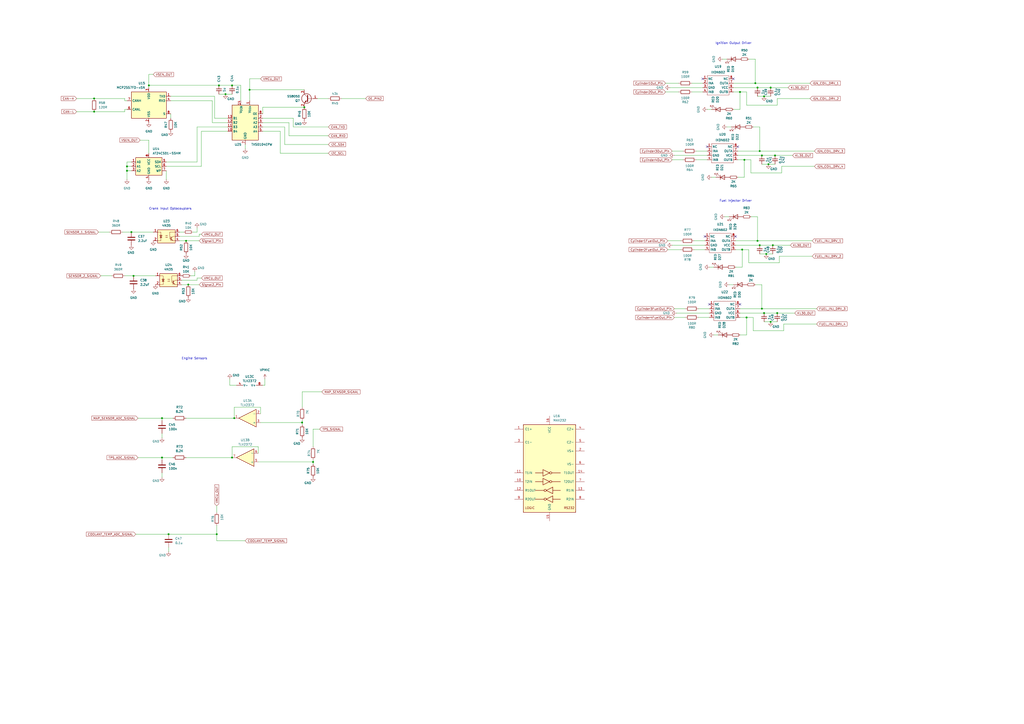
<source format=kicad_sch>
(kicad_sch (version 20250114) (generator "eeschema") (generator_version "9.0")
  (paper "A2")
  (lib_symbols
    (symbol "Amplifier_Operational:TLV2372" (pin_names (offset 0.127))
      (property "Reference" "U" (at 0 5.08 0))
      (property "Value" "TLV2372" (at 0 -5.08 0))
      (symbol "TLV2372_1_1"
        (pin input line (at -7.62 2.54 0) (length 2.54) (name "+") (number "3"))
        (pin input line (at -7.62 -2.54 0) (length 2.54) (name "-") (number "2"))
        (pin output line (at 7.62 0 180) (length 2.54) (name "~") (number "1"))
      )
      (symbol "TLV2372_2_1"
        (pin input line (at -7.62 2.54 0) (length 2.54) (name "+") (number "5"))
        (pin input line (at -7.62 -2.54 0) (length 2.54) (name "-") (number "6"))
        (pin output line (at 7.62 0 180) (length 2.54) (name "~") (number "7"))
      )
      (symbol "TLV2372_3_1"
        (pin power_in line (at -2.54 7.62 270) (length 3.81) (name "V+") (number "8"))
        (pin power_in line (at -2.54 -7.62 90) (length 3.81) (name "V-") (number "4"))
      )
    )
    (symbol "Device:C" (pin_numbers (hide yes)) (pin_names (offset 0.254))
      (property "Reference" "C" (at 0.635 2.54 0))
      (property "Value" "C" (at 0.635 -2.54 0))
      (symbol "C_1_1"
        (pin passive line (at 0 3.81 270) (length 2.794) (name "~") (number "1"))
        (pin passive line (at 0 -3.81 90) (length 2.794) (name "~") (number "2"))
      )
    )
    (symbol "Device:C_Small" (pin_numbers (hide yes)) (pin_names (offset 0.254) (hide yes))
      (property "Reference" "C" (at 0.254 1.778 0))
      (property "Value" "C_Small" (at 0.254 -2.032 0))
      (symbol "C_Small_1_1"
        (pin passive line (at 0 2.54 270) (length 2.032) (name "~") (number "1"))
        (pin passive line (at 0 -2.54 90) (length 2.032) (name "~") (number "2"))
      )
    )
    (symbol "Device:LED" (pin_numbers (hide yes)) (pin_names (offset 1.016) (hide yes))
      (property "Reference" "D" (at 0 2.54 0))
      (property "Value" "LED" (at 0 -2.54 0))
      (symbol "LED_1_1"
        (pin passive line (at -3.81 0 0) (length 2.54) (name "K") (number "1"))
        (pin passive line (at 3.81 0 180) (length 2.54) (name "A") (number "2"))
      )
    )
    (symbol "Device:R" (pin_numbers (hide yes)) (pin_names (offset 0))
      (property "Reference" "R" (at 2.032 0 90))
      (property "Value" "R" (at 0 0 90))
      (symbol "R_1_1"
        (pin passive line (at 0 3.81 270) (length 1.27) (name "~") (number "1"))
        (pin passive line (at 0 -3.81 90) (length 1.27) (name "~") (number "2"))
      )
    )
    (symbol "Device:R_Small" (pin_numbers (hide yes)) (pin_names (offset 0.254) (hide yes))
      (property "Reference" "R" (at 0.762 0.508 0))
      (property "Value" "R_Small" (at 0.762 -1.016 0))
      (symbol "R_Small_1_1"
        (pin passive line (at 0 2.54 270) (length 0.762) (name "~") (number "1"))
        (pin passive line (at 0 -2.54 90) (length 0.762) (name "~") (number "2"))
      )
    )
    (symbol "Interface_CAN_LIN:MCP2557FD-xSN"
      (property "Reference" "U" (at -10.16 10.16 0))
      (property "Value" "MCP2557FD-xSN" (at 2.54 10.16 0))
      (symbol "MCP2557FD-xSN_1_1"
        (pin input line (at -12.7 5.08 0) (length 2.54) (name "TXD") (number "1"))
        (pin output line (at -12.7 2.54 0) (length 2.54) (name "RXD") (number "4"))
        (pin input line (at -12.7 -5.08 0) (length 2.54) (name "S") (number "8"))
        (pin no_connect line (at -10.16 -2.54 0) (length 2.54) (hide yes) (name "NC") (number "5"))
        (pin power_in line (at 0 10.16 270) (length 2.54) (name "VDD") (number "3"))
        (pin power_in line (at 0 -10.16 90) (length 2.54) (name "VSS") (number "2"))
        (pin bidirectional line (at 12.7 2.54 180) (length 2.54) (name "CANH") (number "7"))
        (pin bidirectional line (at 12.7 -2.54 180) (length 2.54) (name "CANL") (number "6"))
      )
    )
    (symbol "Interface_UART:MAX232" (pin_names (offset 1.016))
      (property "Reference" "U" (at -2.54 28.575 0))
      (property "Value" "MAX232" (at -2.54 26.67 0))
      (symbol "MAX232_0_0"
        (text "LOGIC" (at -11.43 -22.86 0) (effects (font (size 1.27 1.27))))
        (text "RS232" (at 11.43 -22.86 0) (effects (font (size 1.27 1.27))))
      )
      (symbol "MAX232_1_1"
        (pin passive line (at -20.32 22.86 0) (length 5.08) (name "C1+") (number "1"))
        (pin passive line (at -20.32 15.24 0) (length 5.08) (name "C1-") (number "3"))
        (pin input line (at -20.32 -2.54 0) (length 5.08) (name "T1IN") (number "11"))
        (pin input line (at -20.32 -7.62 0) (length 5.08) (name "T2IN") (number "10"))
        (pin output line (at -20.32 -12.7 0) (length 5.08) (name "R1OUT") (number "12"))
        (pin output line (at -20.32 -17.78 0) (length 5.08) (name "R2OUT") (number "9"))
        (pin power_in line (at 0 30.48 270) (length 5.08) (name "VCC") (number "16"))
        (pin power_in line (at 0 -30.48 90) (length 5.08) (name "GND") (number "15"))
        (pin passive line (at 20.32 22.86 180) (length 5.08) (name "C2+") (number "4"))
        (pin passive line (at 20.32 15.24 180) (length 5.08) (name "C2-") (number "5"))
        (pin power_out line (at 20.32 10.16 180) (length 5.08) (name "VS+") (number "2"))
        (pin power_out line (at 20.32 2.54 180) (length 5.08) (name "VS-") (number "6"))
        (pin output line (at 20.32 -2.54 180) (length 5.08) (name "T1OUT") (number "14"))
        (pin output line (at 20.32 -7.62 180) (length 5.08) (name "T2OUT") (number "7"))
        (pin input line (at 20.32 -12.7 180) (length 5.08) (name "R1IN") (number "13"))
        (pin input line (at 20.32 -17.78 180) (length 5.08) (name "R2IN") (number "8"))
      )
    )
    (symbol "Isolator:4N35" (pin_names (offset 1.016))
      (property "Reference" "U" (at -5.08 5.08 0))
      (property "Value" "4N35" (at 0 5.08 0))
      (symbol "4N35_1_1"
        (pin passive line (at -7.62 2.54 0) (length 2.54) (name "~") (number "1"))
        (pin passive line (at -7.62 -2.54 0) (length 2.54) (name "~") (number "2"))
        (pin no_connect line (at -5.08 0 0) (length 2.54) (hide yes) (name "NC") (number "3"))
        (pin passive line (at 7.62 2.54 180) (length 2.54) (name "~") (number "6"))
        (pin passive line (at 7.62 0 180) (length 2.54) (name "~") (number "5"))
        (pin passive line (at 7.62 -2.54 180) (length 2.54) (name "~") (number "4"))
      )
    )
    (symbol "Library_sym.pretty:IXDN602SIA"
      (property "Reference" "U" (at 0 -6.858 0))
      (symbol "IXDN602SIA_1_1"
        (pin passive line (at -8.89 3.81 0) (length 2.54) (name "NC") (number "1"))
        (pin passive line (at -8.89 1.27 0) (length 2.54) (name "INA") (number "2"))
        (pin passive line (at -8.89 -1.27 0) (length 2.54) (name "GND") (number "3"))
        (pin passive line (at -8.89 -3.81 0) (length 2.54) (name "INB") (number "4"))
        (pin passive line (at 8.89 3.81 180) (length 2.54) (name "NC") (number "8"))
        (pin passive line (at 8.89 1.27 180) (length 2.54) (name "OUTA") (number "7"))
        (pin passive line (at 8.89 -1.27 180) (length 2.54) (name "VCC") (number "6"))
        (pin passive line (at 8.89 -3.81 180) (length 2.54) (name "OUTB") (number "5"))
      )
    )
    (symbol "Logic_LevelTranslator:TXS0104EPW"
      (property "Reference" "U" (at -7.62 11.43 0))
      (property "Value" "TXS0104EPW" (at 3.81 11.43 0))
      (symbol "TXS0104EPW_1_0"
        (pin no_connect line (at -7.62 -7.62 0) (length 2.54) (hide yes) (name "NC") (number "6"))
        (pin no_connect line (at 7.62 -7.62 180) (length 2.54) (hide yes) (name "NC") (number "9"))
      )
      (symbol "TXS0104EPW_1_1"
        (pin input line (at -10.16 5.08 0) (length 2.54) (name "OE") (number "8"))
        (pin bidirectional line (at -10.16 2.54 0) (length 2.54) (name "A1") (number "2"))
        (pin bidirectional line (at -10.16 0 0) (length 2.54) (name "A2") (number "3"))
        (pin bidirectional line (at -10.16 -2.54 0) (length 2.54) (name "A3") (number "4"))
        (pin bidirectional line (at -10.16 -5.08 0) (length 2.54) (name "A4") (number "5"))
        (pin power_in line (at -2.54 12.7 270) (length 2.54) (name "V_{CCA}") (number "1"))
        (pin power_in line (at 0 -12.7 90) (length 2.54) (name "GND") (number "7"))
        (pin power_in line (at 2.54 12.7 270) (length 2.54) (name "V_{CCB}") (number "14"))
        (pin bidirectional line (at 10.16 2.54 180) (length 2.54) (name "B1") (number "13"))
        (pin bidirectional line (at 10.16 0 180) (length 2.54) (name "B2") (number "12"))
        (pin bidirectional line (at 10.16 -2.54 180) (length 2.54) (name "B3") (number "11"))
        (pin bidirectional line (at 10.16 -5.08 180) (length 2.54) (name "B4") (number "10"))
      )
    )
    (symbol "Memory_EEPROM:AT24CS01-SSHM"
      (property "Reference" "U" (at -7.62 6.35 0))
      (property "Value" "AT24CS01-SSHM" (at 2.54 -6.35 0))
      (symbol "AT24CS01-SSHM_1_1"
        (pin input line (at -10.16 2.54 0) (length 2.54) (name "A0") (number "1"))
        (pin input line (at -10.16 0 0) (length 2.54) (name "A1") (number "2"))
        (pin input line (at -10.16 -2.54 0) (length 2.54) (name "A2") (number "3"))
        (pin power_in line (at 0 7.62 270) (length 2.54) (name "VCC") (number "8"))
        (pin power_in line (at 0 -7.62 90) (length 2.54) (name "GND") (number "4"))
        (pin bidirectional line (at 10.16 2.54 180) (length 2.54) (name "SDA") (number "5"))
        (pin input line (at 10.16 0 180) (length 2.54) (name "SCL") (number "6"))
        (pin input line (at 10.16 -2.54 180) (length 2.54) (name "WP") (number "7"))
      )
    )
    (symbol "Transistor_BJT:SS8050" (pin_names (offset 0) (hide yes))
      (property "Reference" "Q" (at 5.08 1.905 0))
      (property "Value" "SS8050" (at 5.08 0 0))
      (symbol "SS8050_1_1"
        (pin input line (at -5.08 0 0) (length 2.54) (name "B") (number "1"))
        (pin passive line (at 2.54 5.08 270) (length 2.54) (name "C") (number "3"))
        (pin passive line (at 2.54 -5.08 90) (length 2.54) (name "E") (number "2"))
      )
    )
    (symbol "power:+5VP" (power) (pin_numbers (hide yes)) (pin_names (offset 0) (hide yes))
      (property "Value" "+5VP" (at 0 3.556 0))
      (symbol "+5VP_1_1"
        (pin power_in line (at 0 0 90) (length 0) (name "~") (number "1"))
      )
    )
    (symbol "power:GND" (power) (pin_numbers (hide yes)) (pin_names (offset 0) (hide yes))
      (property "Value" "GND" (at 0 -3.81 0))
      (symbol "GND_1_1"
        (pin power_in line (at 0 0 270) (length 0) (name "~") (number "1"))
      )
    )
  )
  (text "Crank Input Optocouplers" (at 98.806 121.158 0) (effects (font (size 1.27 1.27))))
  (text "Fuel Injector Driver" (at 426.72 116.586 0) (effects (font (size 1.27 1.27))))
  (text "Engine Sensors" (at 112.776 208.026 0) (effects (font (size 1.27 1.27))))
  (text "Ignition Output Driver" (at 425.45 25.146 0) (effects (font (size 1.27 1.27))))
  (junction (at 181.61 267.97))
  (junction (at 445.77 95.25))
  (junction (at 450.85 181.61))
  (junction (at 135.89 242.57))
  (junction (at 109.22 165.1))
  (junction (at 443.23 181.61))
  (junction (at 176.53 62.23))
  (junction (at 54.61 64.77))
  (junction (at 439.42 50.8))
  (junction (at 438.15 48.26))
  (junction (at 441.96 179.07))
  (junction (at 444.5 147.32))
  (junction (at 440.69 142.24))
  (junction (at 76.2 134.62))
  (junction (at 97.79 309.88))
  (junction (at 134.62 265.43))
  (junction (at 93.98 242.57))
  (junction (at 441.96 90.17))
  (junction (at 429.26 53.34))
  (junction (at 134.62 49.53))
  (junction (at 127 49.53))
  (junction (at 144.78 52.07))
  (junction (at 447.04 186.69))
  (junction (at 175.26 245.11))
  (junction (at 77.47 160.02))
  (junction (at 430.53 144.78))
  (junction (at 440.69 87.63))
  (junction (at 443.23 55.88))
  (junction (at 447.04 50.8))
  (junction (at 73.66 99.06))
  (junction (at 73.66 96.52))
  (junction (at 125.73 309.88))
  (junction (at 433.07 184.15))
  (junction (at 107.95 139.7))
  (junction (at 54.61 57.15))
  (junction (at 130.81 54.61))
  (junction (at 86.36 49.53))
  (junction (at 439.42 139.7))
  (junction (at 93.98 265.43))
  (junction (at 431.8 92.71))
  (junction (at 448.31 142.24))
  (junction (at 449.58 90.17))
  (no_connect (at 425.45 45.72))
  (no_connect (at 410.21 85.09))
  (no_connect (at 408.94 137.16))
  (no_connect (at 411.48 176.53))
  (no_connect (at 426.72 137.16))
  (no_connect (at 427.99 85.09))
  (no_connect (at 429.26 176.53))
  (no_connect (at 407.67 45.72))
  (wire (pts (xy 453.39 96.52) (xy 472.44 96.52)))
  (wire (pts (xy 427.99 90.17) (xy 441.96 90.17)))
  (wire (pts (xy 109.22 165.1) (xy 115.57 165.1)))
  (wire (pts (xy 114.3 93.98) (xy 114.3 73.66)))
  (wire (pts (xy 438.15 165.1) (xy 441.96 165.1)))
  (wire (pts (xy 439.42 55.88) (xy 443.23 55.88)))
  (wire (pts (xy 86.36 49.53) (xy 127 49.53)))
  (wire (pts (xy 443.23 186.69) (xy 447.04 186.69)))
  (wire (pts (xy 198.12 57.15) (xy 212.09 57.15)))
  (wire (pts (xy 165.1 83.82) (xy 190.5 83.82)))
  (wire (pts (xy 448.31 142.24) (xy 458.47 142.24)))
  (wire (pts (xy 99.06 66.04) (xy 99.06 68.58)))
  (wire (pts (xy 391.16 90.17) (xy 410.21 90.17)))
  (wire (pts (xy 93.98 254) (xy 93.98 251.46)))
  (wire (pts (xy 175.26 245.11) (xy 175.26 246.38)))
  (wire (pts (xy 127 49.53) (xy 134.62 49.53)))
  (wire (pts (xy 425.45 165.1) (xy 422.91 165.1)))
  (wire (pts (xy 429.26 181.61) (xy 443.23 181.61)))
  (wire (pts (xy 134.62 259.08) (xy 134.62 265.43)))
  (wire (pts (xy 152.4 71.12) (xy 167.64 71.12)))
  (wire (pts (xy 162.56 76.2) (xy 152.4 76.2)))
  (wire (pts (xy 441.96 165.1) (xy 441.96 179.07)))
  (wire (pts (xy 93.98 242.57) (xy 93.98 243.84)))
  (wire (pts (xy 114.3 132.08) (xy 114.3 134.62)))
  (wire (pts (xy 170.18 73.66) (xy 190.5 73.66)))
  (wire (pts (xy 438.15 48.26) (xy 469.9 48.26)))
  (wire (pts (xy 440.69 147.32) (xy 444.5 147.32)))
  (wire (pts (xy 125.73 293.37) (xy 125.73 297.18)))
  (wire (pts (xy 427.99 92.71) (xy 431.8 92.71)))
  (wire (pts (xy 422.91 125.73) (xy 420.37 125.73)))
  (wire (pts (xy 104.14 134.62) (xy 106.68 134.62)))
  (wire (pts (xy 444.5 147.32) (xy 448.31 147.32)))
  (wire (pts (xy 435.61 100.33) (xy 435.61 92.71)))
  (wire (pts (xy 80.01 265.43) (xy 93.98 265.43)))
  (wire (pts (xy 144.78 52.07) (xy 176.53 52.07)))
  (wire (pts (xy 426.72 144.78) (xy 430.53 144.78)))
  (wire (pts (xy 430.53 154.94) (xy 430.53 144.78)))
  (wire (pts (xy 99.06 58.42) (xy 123.19 58.42)))
  (wire (pts (xy 427.99 102.87) (xy 431.8 102.87)))
  (wire (pts (xy 151.13 240.03) (xy 151.13 236.22)))
  (wire (pts (xy 391.16 184.15) (xy 397.51 184.15)))
  (wire (pts (xy 165.1 73.66) (xy 165.1 83.82)))
  (wire (pts (xy 76.2 134.62) (xy 88.9 134.62)))
  (wire (pts (xy 425.45 50.8) (xy 439.42 50.8)))
  (wire (pts (xy 71.12 134.62) (xy 76.2 134.62)))
  (wire (pts (xy 57.15 134.62) (xy 63.5 134.62)))
  (wire (pts (xy 115.57 137.16) (xy 104.14 137.16)))
  (wire (pts (xy 438.15 34.29) (xy 438.15 48.26)))
  (wire (pts (xy 429.26 179.07) (xy 441.96 179.07)))
  (wire (pts (xy 152.4 223.52) (xy 153.67 223.52)))
  (wire (pts (xy 127 54.61) (xy 130.81 54.61)))
  (wire (pts (xy 425.45 48.26) (xy 438.15 48.26)))
  (wire (pts (xy 436.88 191.77) (xy 436.88 184.15)))
  (wire (pts (xy 387.35 139.7) (xy 394.97 139.7)))
  (wire (pts (xy 114.3 73.66) (xy 132.08 73.66)))
  (wire (pts (xy 440.69 73.66) (xy 440.69 87.63)))
  (wire (pts (xy 124.46 55.88) (xy 124.46 68.58)))
  (wire (pts (xy 116.84 76.2) (xy 132.08 76.2)))
  (wire (pts (xy 439.42 139.7) (xy 471.17 139.7)))
  (wire (pts (xy 72.39 64.77) (xy 72.39 63.5)))
  (wire (pts (xy 453.39 96.52) (xy 453.39 100.33)))
  (wire (pts (xy 78.74 309.88) (xy 97.79 309.88)))
  (wire (pts (xy 44.45 64.77) (xy 54.61 64.77)))
  (wire (pts (xy 73.66 96.52) (xy 76.2 96.52)))
  (wire (pts (xy 123.19 58.42) (xy 123.19 71.12)))
  (wire (pts (xy 429.26 63.5) (xy 429.26 53.34)))
  (wire (pts (xy 190.5 88.9) (xy 162.56 88.9)))
  (wire (pts (xy 389.89 142.24) (xy 408.94 142.24)))
  (wire (pts (xy 426.72 154.94) (xy 430.53 154.94)))
  (wire (pts (xy 454.66 187.96) (xy 454.66 191.77)))
  (wire (pts (xy 162.56 88.9) (xy 162.56 76.2)))
  (wire (pts (xy 115.57 135.89) (xy 115.57 137.16)))
  (wire (pts (xy 452.12 152.4) (xy 434.34 152.4)))
  (wire (pts (xy 441.96 95.25) (xy 445.77 95.25)))
  (wire (pts (xy 72.39 160.02) (xy 77.47 160.02)))
  (wire (pts (xy 124.46 68.58) (xy 132.08 68.58)))
  (wire (pts (xy 86.36 43.18) (xy 86.36 49.53)))
  (wire (pts (xy 176.53 62.23) (xy 152.4 62.23)))
  (wire (pts (xy 81.28 81.28) (xy 86.36 81.28)))
  (wire (pts (xy 72.39 63.5) (xy 73.66 63.5)))
  (wire (pts (xy 77.47 160.02) (xy 90.17 160.02)))
  (wire (pts (xy 153.67 219.71) (xy 153.67 223.52)))
  (wire (pts (xy 113.03 157.48) (xy 113.03 160.02)))
  (wire (pts (xy 386.08 48.26) (xy 393.7 48.26)))
  (wire (pts (xy 107.95 242.57) (xy 135.89 242.57)))
  (wire (pts (xy 450.85 60.96) (xy 433.07 60.96)))
  (wire (pts (xy 170.18 68.58) (xy 170.18 73.66)))
  (wire (pts (xy 388.62 50.8) (xy 407.67 50.8)))
  (wire (pts (xy 441.96 90.17) (xy 449.58 90.17)))
  (wire (pts (xy 433.07 184.15) (xy 436.88 184.15)))
  (wire (pts (xy 452.12 148.59) (xy 471.17 148.59)))
  (wire (pts (xy 139.7 49.53) (xy 139.7 58.42)))
  (wire (pts (xy 445.77 95.25) (xy 449.58 95.25)))
  (wire (pts (xy 387.35 144.78) (xy 394.97 144.78)))
  (wire (pts (xy 434.34 34.29) (xy 438.15 34.29)))
  (wire (pts (xy 54.61 57.15) (xy 72.39 57.15)))
  (wire (pts (xy 54.61 64.77) (xy 72.39 64.77)))
  (wire (pts (xy 152.4 62.23) (xy 152.4 66.04)))
  (wire (pts (xy 151.13 45.72) (xy 144.78 45.72)))
  (wire (pts (xy 152.4 68.58) (xy 170.18 68.58)))
  (wire (pts (xy 402.59 139.7) (xy 408.94 139.7)))
  (wire (pts (xy 72.39 57.15) (xy 72.39 58.42)))
  (wire (pts (xy 181.61 266.7) (xy 181.61 267.97)))
  (wire (pts (xy 454.66 191.77) (xy 436.88 191.77)))
  (wire (pts (xy 403.86 92.71) (xy 410.21 92.71)))
  (wire (pts (xy 86.36 81.28) (xy 86.36 88.9)))
  (wire (pts (xy 133.35 219.71) (xy 133.35 223.52)))
  (wire (pts (xy 93.98 276.86) (xy 93.98 274.32)))
  (wire (pts (xy 405.13 179.07) (xy 411.48 179.07)))
  (wire (pts (xy 73.66 99.06) (xy 76.2 99.06)))
  (wire (pts (xy 134.62 49.53) (xy 139.7 49.53)))
  (wire (pts (xy 426.72 139.7) (xy 439.42 139.7)))
  (wire (pts (xy 443.23 55.88) (xy 447.04 55.88)))
  (wire (pts (xy 114.3 161.29) (xy 116.84 161.29)))
  (wire (pts (xy 97.79 320.04) (xy 97.79 317.5)))
  (wire (pts (xy 439.42 50.8) (xy 447.04 50.8)))
  (wire (pts (xy 450.85 57.15) (xy 469.9 57.15)))
  (wire (pts (xy 93.98 265.43) (xy 93.98 266.7)))
  (wire (pts (xy 401.32 48.26) (xy 407.67 48.26)))
  (wire (pts (xy 433.07 194.31) (xy 433.07 184.15)))
  (wire (pts (xy 431.8 102.87) (xy 431.8 92.71)))
  (wire (pts (xy 401.32 53.34) (xy 407.67 53.34)))
  (wire (pts (xy 149.86 267.97) (xy 181.61 267.97)))
  (wire (pts (xy 453.39 100.33) (xy 435.61 100.33)))
  (wire (pts (xy 104.14 139.7) (xy 107.95 139.7)))
  (wire (pts (xy 431.8 92.71) (xy 435.61 92.71)))
  (wire (pts (xy 144.78 45.72) (xy 144.78 52.07)))
  (wire (pts (xy 96.52 93.98) (xy 114.3 93.98)))
  (wire (pts (xy 97.79 309.88) (xy 125.73 309.88)))
  (wire (pts (xy 181.61 248.92) (xy 185.42 248.92)))
  (wire (pts (xy 452.12 148.59) (xy 452.12 152.4)))
  (wire (pts (xy 105.41 165.1) (xy 109.22 165.1)))
  (wire (pts (xy 454.66 187.96) (xy 473.71 187.96)))
  (wire (pts (xy 434.34 152.4) (xy 434.34 144.78)))
  (wire (pts (xy 133.35 223.52) (xy 137.16 223.52)))
  (wire (pts (xy 151.13 245.11) (xy 175.26 245.11)))
  (wire (pts (xy 96.52 99.06) (xy 96.52 104.14)))
  (wire (pts (xy 441.96 179.07) (xy 473.71 179.07)))
  (wire (pts (xy 403.86 87.63) (xy 410.21 87.63)))
  (wire (pts (xy 186.69 227.33) (xy 175.26 227.33)))
  (wire (pts (xy 175.26 243.84) (xy 175.26 245.11)))
  (wire (pts (xy 181.61 267.97) (xy 181.61 269.24)))
  (wire (pts (xy 110.49 160.02) (xy 113.03 160.02)))
  (wire (pts (xy 116.84 96.52) (xy 116.84 76.2)))
  (wire (pts (xy 429.26 194.31) (xy 433.07 194.31)))
  (wire (pts (xy 443.23 181.61) (xy 450.85 181.61)))
  (wire (pts (xy 86.36 49.53) (xy 86.36 50.8)))
  (wire (pts (xy 391.16 179.07) (xy 397.51 179.07)))
  (wire (pts (xy 72.39 58.42) (xy 73.66 58.42)))
  (wire (pts (xy 125.73 304.8) (xy 125.73 309.88)))
  (wire (pts (xy 135.89 236.22) (xy 135.89 242.57)))
  (wire (pts (xy 450.85 57.15) (xy 450.85 60.96)))
  (wire (pts (xy 149.86 262.89) (xy 149.86 259.08)))
  (wire (pts (xy 151.13 236.22) (xy 135.89 236.22)))
  (wire (pts (xy 144.78 52.07) (xy 144.78 58.42)))
  (wire (pts (xy 152.4 73.66) (xy 165.1 73.66)))
  (wire (pts (xy 389.89 87.63) (xy 396.24 87.63)))
  (wire (pts (xy 107.95 265.43) (xy 134.62 265.43)))
  (wire (pts (xy 58.42 160.02) (xy 64.77 160.02)))
  (wire (pts (xy 416.56 194.31) (xy 414.02 194.31)))
  (wire (pts (xy 175.26 227.33) (xy 175.26 236.22)))
  (wire (pts (xy 440.69 87.63) (xy 472.44 87.63)))
  (wire (pts (xy 429.26 184.15) (xy 433.07 184.15)))
  (wire (pts (xy 389.89 92.71) (xy 396.24 92.71)))
  (wire (pts (xy 426.72 142.24) (xy 440.69 142.24)))
  (wire (pts (xy 415.29 102.87) (xy 412.75 102.87)))
  (wire (pts (xy 440.69 142.24) (xy 448.31 142.24)))
  (wire (pts (xy 167.64 71.12) (xy 167.64 78.74)))
  (wire (pts (xy 425.45 53.34) (xy 429.26 53.34)))
  (wire (pts (xy 142.24 83.82) (xy 142.24 86.36)))
  (wire (pts (xy 73.66 93.98) (xy 76.2 93.98)))
  (wire (pts (xy 114.3 161.29) (xy 114.3 162.56)))
  (wire (pts (xy 414.02 154.94) (xy 411.48 154.94)))
  (wire (pts (xy 427.99 87.63) (xy 440.69 87.63)))
  (wire (pts (xy 93.98 242.57) (xy 100.33 242.57)))
  (wire (pts (xy 425.45 63.5) (xy 429.26 63.5)))
  (wire (pts (xy 125.73 309.88) (xy 125.73 313.69)))
  (wire (pts (xy 44.45 57.15) (xy 54.61 57.15)))
  (wire (pts (xy 392.43 181.61) (xy 411.48 181.61)))
  (wire (pts (xy 447.04 186.69) (xy 450.85 186.69)))
  (wire (pts (xy 167.64 78.74) (xy 190.5 78.74)))
  (wire (pts (xy 73.66 96.52) (xy 73.66 93.98)))
  (wire (pts (xy 93.98 265.43) (xy 100.33 265.43)))
  (wire (pts (xy 73.66 99.06) (xy 73.66 104.14)))
  (wire (pts (xy 433.07 60.96) (xy 433.07 53.34)))
  (wire (pts (xy 386.08 53.34) (xy 393.7 53.34)))
  (wire (pts (xy 436.88 73.66) (xy 440.69 73.66)))
  (wire (pts (xy 99.06 55.88) (xy 124.46 55.88)))
  (wire (pts (xy 424.18 73.66) (xy 421.64 73.66)))
  (wire (pts (xy 123.19 71.12) (xy 132.08 71.12)))
  (wire (pts (xy 96.52 96.52) (xy 116.84 96.52)))
  (wire (pts (xy 447.04 50.8) (xy 457.2 50.8)))
  (wire (pts (xy 125.73 313.69) (xy 142.24 313.69)))
  (wire (pts (xy 114.3 162.56) (xy 105.41 162.56)))
  (wire (pts (xy 115.57 135.89) (xy 116.84 135.89)))
  (wire (pts (xy 430.53 144.78) (xy 434.34 144.78)))
  (wire (pts (xy 111.76 134.62) (xy 114.3 134.62)))
  (wire (pts (xy 449.58 90.17) (xy 459.74 90.17)))
  (wire (pts (xy 429.26 53.34) (xy 433.07 53.34)))
  (wire (pts (xy 80.01 242.57) (xy 93.98 242.57)))
  (wire (pts (xy 88.9 43.18) (xy 86.36 43.18)))
  (wire (pts (xy 130.81 54.61) (xy 134.62 54.61)))
  (wire (pts (xy 402.59 144.78) (xy 408.94 144.78)))
  (wire (pts (xy 412.75 63.5) (xy 410.21 63.5)))
  (wire (pts (xy 439.42 125.73) (xy 439.42 139.7)))
  (wire (pts (xy 184.15 57.15) (xy 190.5 57.15)))
  (wire (pts (xy 450.85 181.61) (xy 461.01 181.61)))
  (wire (pts (xy 181.61 248.92) (xy 181.61 259.08)))
  (wire (pts (xy 134.62 259.08) (xy 149.86 259.08)))
  (wire (pts (xy 421.64 34.29) (xy 419.1 34.29)))
  (wire (pts (xy 435.61 125.73) (xy 439.42 125.73)))
  (wire (pts (xy 107.95 139.7) (xy 115.57 139.7)))
  (wire (pts (xy 73.66 99.06) (xy 73.66 96.52)))
  (wire (pts (xy 405.13 184.15) (xy 411.48 184.15)))
  (global_label "TPS_ADC_SIGNAL" (shape input) (at 80.01 265.43 180) (property "Intersheetrefs" "${INTERSHEET_REFS}" (effects (hide yes))))
  (global_label "FUEL_INJ_DRV_3" (shape input) (at 473.71 179.07 0) (property "Intersheetrefs" "${INTERSHEET_REFS}" (effects (hide yes))))
  (global_label "IGN_COIL_DRV_4" (shape input) (at 472.44 96.52 0) (property "Intersheetrefs" "${INTERSHEET_REFS}" (effects (hide yes))))
  (global_label "COOLANT_TEMP_ADC_SIGNAL" (shape input) (at 78.74 309.88 180) (property "Intersheetrefs" "${INTERSHEET_REFS}" (effects (hide yes))))
  (global_label "VSEN_OUT" (shape input) (at 81.28 81.28 180) (property "Intersheetrefs" "${INTERSHEET_REFS}" (effects (hide yes))))
  (global_label "VMCU_OUT" (shape input) (at 125.73 293.37 90) (property "Intersheetrefs" "${INTERSHEET_REFS}" (effects (hide yes))))
  (global_label "CAN-L" (shape input) (at 44.45 64.77 180) (property "Intersheetrefs" "${INTERSHEET_REFS}" (effects (hide yes))))
  (global_label "VMCU_OUT" (shape input) (at 116.84 135.89 0) (property "Intersheetrefs" "${INTERSHEET_REFS}" (effects (hide yes))))
  (global_label "Cylinder1Out_Pin" (shape input) (at 386.08 48.26 180) (property "Intersheetrefs" "${INTERSHEET_REFS}" (effects (hide yes))))
  (global_label "Cylinder2Out_Pin" (shape input) (at 386.08 53.34 180) (property "Intersheetrefs" "${INTERSHEET_REFS}" (effects (hide yes))))
  (global_label "FUEL_INJ_DRV_4" (shape input) (at 473.71 187.96 0) (property "Intersheetrefs" "${INTERSHEET_REFS}" (effects (hide yes))))
  (global_label "TPS_SIGNAL" (shape input) (at 185.42 248.92 0) (property "Intersheetrefs" "${INTERSHEET_REFS}" (effects (hide yes))))
  (global_label "Signal2_Pin" (shape input) (at 115.57 165.1 0) (property "Intersheetrefs" "${INTERSHEET_REFS}" (effects (hide yes))))
  (global_label "Cylinder3Out_Pin" (shape input) (at 389.89 87.63 180) (property "Intersheetrefs" "${INTERSHEET_REFS}" (effects (hide yes))))
  (global_label "Cylinder2FuelOut_Pin" (shape input) (at 387.35 144.78 180) (property "Intersheetrefs" "${INTERSHEET_REFS}" (effects (hide yes))))
  (global_label "IGN_COIL_DRV_2" (shape input) (at 469.9 57.15 0) (property "Intersheetrefs" "${INTERSHEET_REFS}" (effects (hide yes))))
  (global_label "CAN_TXD" (shape input) (at 190.5 73.66 0) (property "Intersheetrefs" "${INTERSHEET_REFS}" (effects (hide yes))))
  (global_label "I2C_SCL" (shape input) (at 190.5 88.9 0) (property "Intersheetrefs" "${INTERSHEET_REFS}" (effects (hide yes))))
  (global_label "KL30_OUT" (shape input) (at 461.01 181.61 0) (property "Intersheetrefs" "${INTERSHEET_REFS}" (effects (hide yes))))
  (global_label "Cylinder3FuelOut_Pin" (shape input) (at 391.16 179.07 180) (property "Intersheetrefs" "${INTERSHEET_REFS}" (effects (hide yes))))
  (global_label "Cylinder4Out_Pin" (shape input) (at 389.89 92.71 180) (property "Intersheetrefs" "${INTERSHEET_REFS}" (effects (hide yes))))
  (global_label "Signal1_Pin" (shape input) (at 115.57 139.7 0) (property "Intersheetrefs" "${INTERSHEET_REFS}" (effects (hide yes))))
  (global_label "I2C_SDA" (shape input) (at 190.5 83.82 0) (property "Intersheetrefs" "${INTERSHEET_REFS}" (effects (hide yes))))
  (global_label "MAP_SENSOR_SIGNAL" (shape input) (at 186.69 227.33 0) (property "Intersheetrefs" "${INTERSHEET_REFS}" (effects (hide yes))))
  (global_label "CAN_RXD" (shape input) (at 190.5 78.74 0) (property "Intersheetrefs" "${INTERSHEET_REFS}" (effects (hide yes))))
  (global_label "IGN_COIL_DRV_3" (shape input) (at 472.44 87.63 0) (property "Intersheetrefs" "${INTERSHEET_REFS}" (effects (hide yes))))
  (global_label "SENSOR_1_SIGNAL" (shape input) (at 57.15 134.62 180) (property "Intersheetrefs" "${INTERSHEET_REFS}" (effects (hide yes))))
  (global_label "SENSOR_2_SIGNAL" (shape input) (at 58.42 160.02 180) (property "Intersheetrefs" "${INTERSHEET_REFS}" (effects (hide yes))))
  (global_label "KL30_OUT" (shape input) (at 457.2 50.8 0) (property "Intersheetrefs" "${INTERSHEET_REFS}" (effects (hide yes))))
  (global_label "KL30_OUT" (shape input) (at 459.74 90.17 0) (property "Intersheetrefs" "${INTERSHEET_REFS}" (effects (hide yes))))
  (global_label "Cylinder4FuelOut_Pin" (shape input) (at 391.16 184.15 180) (property "Intersheetrefs" "${INTERSHEET_REFS}" (effects (hide yes))))
  (global_label "VSEN_OUT" (shape input) (at 88.9 43.18 0) (property "Intersheetrefs" "${INTERSHEET_REFS}" (effects (hide yes))))
  (global_label "COOLANT_TEMP_SIGNAL" (shape input) (at 142.24 313.69 0) (property "Intersheetrefs" "${INTERSHEET_REFS}" (effects (hide yes))))
  (global_label "MAP_SENSOR_ADC_SIGNAL" (shape input) (at 80.01 242.57 180) (property "Intersheetrefs" "${INTERSHEET_REFS}" (effects (hide yes))))
  (global_label "FUEL_INJ_DRV_1" (shape input) (at 471.17 139.7 0) (property "Intersheetrefs" "${INTERSHEET_REFS}" (effects (hide yes))))
  (global_label "KL30_OUT" (shape input) (at 458.47 142.24 0) (property "Intersheetrefs" "${INTERSHEET_REFS}" (effects (hide yes))))
  (global_label "FUEL_INJ_DRV_2" (shape input) (at 471.17 148.59 0) (property "Intersheetrefs" "${INTERSHEET_REFS}" (effects (hide yes))))
  (global_label "CAN-H" (shape input) (at 44.45 57.15 180) (property "Intersheetrefs" "${INTERSHEET_REFS}" (effects (hide yes))))
  (global_label "VMCU_OUT" (shape input) (at 151.13 45.72 0) (property "Intersheetrefs" "${INTERSHEET_REFS}" (effects (hide yes))))
  (global_label "OE_PIN2" (shape input) (at 212.09 57.15 0) (property "Intersheetrefs" "${INTERSHEET_REFS}" (effects (hide yes))))
  (global_label "IGN_COIL_DRV_1" (shape input) (at 469.9 48.26 0) (property "Intersheetrefs" "${INTERSHEET_REFS}" (effects (hide yes))))
  (global_label "Cylinder1FuelOut_Pin" (shape input) (at 387.35 139.7 180) (property "Intersheetrefs" "${INTERSHEET_REFS}" (effects (hide yes))))
  (global_label "VMCU_OUT" (shape input) (at 116.84 161.29 0) (property "Intersheetrefs" "${INTERSHEET_REFS}" (effects (hide yes))))
  (symbol (lib_id "Device:C_Small") (at 134.62 52.07 0) (unit 1)
    (property "Reference" "C44" (at 134.62 45.466 90))
    (property "Value" "0.1u" (at 137.668 52.07 90))
    (property "Footprint" "Capacitor_SMD:C_0603_1608Metric_Pad1.08x0.95mm_HandSolder" (effects (hide yes)))
    (property "Description" "Unpolarized capacitor, small symbol" (effects (hide yes)))
  )
  (symbol (lib_id "Amplifier_Operational:TLV2372") (at 142.24 265.43 180) (unit 2)
    (property "Reference" "U13" (at 142.24 255.27 0))
    (property "Value" "TLV2372" (at 142.24 257.81 0))
    (property "Footprint" "Package_SO:SOIC-8_5.3x6.2mm_P1.27mm" (effects (hide yes)))
    (property "Datasheet" "http://www.ti.com/lit/ds/symlink/tlv2375.pdf" (effects (hide yes)))
    (property "Description" "Dual Rail-to-Rail Input/Output Operational Amplifier, DIP-8/SOIC-8/VSSOP-8" (effects (hide yes)))
  )
  (symbol (lib_id "Logic_LevelTranslator:TXS0104EPW") (at 142.24 71.12 0) (mirror y) (unit 1)
    (property "Reference" "U25" (at 140.0967 83.82 0) (effects (justify left)))
    (property "Value" "TXS0104EPW" (at 157.988 83.82 0) (effects (justify left)))
    (property "Footprint" "Package_SO:TSSOP-14_4.4x5mm_P0.65mm" (effects (hide yes)))
    (property "Datasheet" "www.ti.com/lit/ds/symlink/txs0104e.pdf" (effects (hide yes)))
    (property "Description" "Bidirectional  level-shifting voltage translator, TSSOP-14" (effects (hide yes)))
  )
  (symbol (lib_id "power:GND") (at 175.26 254 0) (unit 1)
    (property "Reference" "#PWR0119" (effects (hide yes)))
    (property "Value" "GND" (at 172.212 257.302 0))
    (property "Description" "Power symbol creates a global label with name \"GND\" , ground" (effects (hide yes)))
  )
  (symbol (lib_id "Device:C") (at 77.47 163.83 0) (unit 1)
    (property "Reference" "C38" (at 81.28 162.5599 0) (effects (justify left)))
    (property "Value" "2.2uF" (at 81.28 165.0999 0) (effects (justify left)))
    (property "Footprint" "Capacitor_SMD:C_0603_1608Metric_Pad1.08x0.95mm_HandSolder" (effects (hide yes)))
    (property "Description" "Unpolarized capacitor" (effects (hide yes)))
  )
  (symbol (lib_id "Device:R") (at 400.05 92.71 90) (unit 1)
    (property "Reference" "R64" (at 400.05 98.552 90))
    (property "Value" "100R" (at 400.05 96.266 90))
    (property "Footprint" "Resistor_SMD:R_0603_1608Metric_Pad0.98x0.95mm_HandSolder" (effects (hide yes)))
    (property "Description" "Resistor" (effects (hide yes)))
  )
  (symbol (lib_id "Amplifier_Operational:TLV2372") (at 144.78 226.06 270) (unit 3)
    (property "Reference" "U13" (at 144.78 218.44 90))
    (property "Value" "TLV2372" (at 144.78 220.98 90))
    (property "Footprint" "Package_SO:SOIC-8_5.3x6.2mm_P1.27mm" (effects (hide yes)))
    (property "Datasheet" "http://www.ti.com/lit/ds/symlink/tlv2375.pdf" (effects (hide yes)))
    (property "Description" "Dual Rail-to-Rail Input/Output Operational Amplifier, DIP-8/SOIC-8/VSSOP-8" (effects (hide yes)))
  )
  (symbol (lib_id "Interface_CAN_LIN:MCP2557FD-xSN") (at 86.36 60.96 0) (mirror y) (unit 1)
    (property "Reference" "U15" (at 84.2167 48.26 0) (effects (justify left)))
    (property "Value" "MCP2557FD-xSN" (at 84.2167 50.8 0) (effects (justify left)))
    (property "Footprint" "Package_SO:SOIC-8_3.9x4.9mm_P1.27mm" (effects (hide yes)))
    (property "Datasheet" "https://ww1.microchip.com/downloads/en/DeviceDoc/20005533A.pdf" (effects (hide yes)))
    (property "Description" "CAN FD Transceiver with Silent Mode, up to 8 Mbps, SOIC-8" (effects (hide yes)))
  )
  (symbol (lib_id "Device:C") (at 93.98 270.51 0) (unit 1)
    (property "Reference" "C46" (at 97.79 269.2399 0) (effects (justify left)))
    (property "Value" "100n" (at 97.79 271.7799 0) (effects (justify left)))
    (property "Footprint" "Capacitor_SMD:C_0603_1608Metric_Pad1.08x0.95mm_HandSolder" (effects (hide yes)))
    (property "Description" "Unpolarized capacitor" (effects (hide yes)))
  )
  (symbol (lib_id "power:GND") (at 107.95 147.32 0) (unit 1)
    (property "Reference" "#PWR0105" (effects (hide yes)))
    (property "Value" "GND" (at 107.95 151.13 0))
    (property "Description" "Power symbol creates a global label with name \"GND\" , ground" (effects (hide yes)))
  )
  (symbol (lib_id "Device:R") (at 398.78 144.78 90) (unit 1)
    (property "Reference" "R78" (at 398.78 150.622 90))
    (property "Value" "100R" (at 398.78 148.336 90))
    (property "Footprint" "Resistor_SMD:R_0603_1608Metric_Pad0.98x0.95mm_HandSolder" (effects (hide yes)))
    (property "Description" "Resistor" (effects (hide yes)))
  )
  (symbol (lib_id "Device:C_Small") (at 449.58 92.71 0) (unit 1)
    (property "Reference" "C42" (at 454.406 92.71 90))
    (property "Value" "0.1u" (at 452.628 92.71 90))
    (property "Footprint" "Capacitor_SMD:C_0603_1608Metric_Pad1.08x0.95mm_HandSolder" (effects (hide yes)))
    (property "Description" "Unpolarized capacitor, small symbol" (effects (hide yes)))
  )
  (symbol (lib_id "power:GND") (at 391.16 90.17 270) (unit 1)
    (property "Reference" "#PWR095" (effects (hide yes)))
    (property "Value" "GND" (at 387.35 90.1699 90) (effects (justify right)))
    (property "Description" "Power symbol creates a global label with name \"GND\" , ground" (effects (hide yes)))
  )
  (symbol (lib_id "Amplifier_Operational:TLV2372") (at 143.51 242.57 180) (unit 1)
    (property "Reference" "U13" (at 143.51 232.41 0))
    (property "Value" "TLV2372" (at 143.51 234.95 0))
    (property "Footprint" "Package_SO:SOIC-8_5.3x6.2mm_P1.27mm" (effects (hide yes)))
    (property "Datasheet" "http://www.ti.com/lit/ds/symlink/tlv2375.pdf" (effects (hide yes)))
    (property "Description" "Dual Rail-to-Rail Input/Output Operational Amplifier, DIP-8/SOIC-8/VSSOP-8" (effects (hide yes)))
  )
  (symbol (lib_id "Device:R") (at 181.61 273.05 0) (unit 1)
    (property "Reference" "R75" (at 178.816 273.05 90))
    (property "Value" "10K" (at 184.404 273.05 90))
    (property "Footprint" "Resistor_SMD:R_0603_1608Metric_Pad0.98x0.95mm_HandSolder" (effects (hide yes)))
    (property "Description" "Resistor" (effects (hide yes)))
  )
  (symbol (lib_id "power:GND") (at 97.79 320.04 0) (unit 1)
    (property "Reference" "#PWR0122" (effects (hide yes)))
    (property "Value" "GND" (at 94.234 322.072 0))
    (property "Description" "Power symbol creates a global label with name \"GND\" , ground" (effects (hide yes)))
  )
  (symbol (lib_id "Library_sym.pretty:IXDN602SIA") (at 417.83 140.97 0) (unit 1)
    (property "Reference" "U21" (at 417.83 130.048 0))
    (property "Value" "IXDN602" (at 417.83 133.35 0))
    (property "Footprint" "Package_SO:SO-8_3.9x4.9mm_P1.27mm" (effects (hide yes)))
  )
  (symbol (lib_id "Device:R_Small") (at 433.07 125.73 270) (unit 1)
    (property "Reference" "R83" (at 433.07 120.65 90))
    (property "Value" "2K" (at 433.07 123.19 90))
    (property "Footprint" "Resistor_SMD:R_0603_1608Metric_Pad0.98x0.95mm_HandSolder" (effects (hide yes)))
    (property "Description" "Resistor, small symbol" (effects (hide yes)))
  )
  (symbol (lib_id "Device:R_Small") (at 422.91 63.5 270) (mirror x) (unit 1)
    (property "Reference" "R60" (at 422.91 68.58 90))
    (property "Value" "2K" (at 422.91 66.04 90))
    (property "Footprint" "Resistor_SMD:R_0603_1608Metric_Pad0.98x0.95mm_HandSolder" (effects (hide yes)))
    (property "Description" "Resistor, small symbol" (effects (hide yes)))
  )
  (symbol (lib_id "Device:R") (at 181.61 262.89 0) (unit 1)
    (property "Reference" "R74" (at 179.324 262.89 90))
    (property "Value" "7K" (at 184.658 261.874 90))
    (property "Footprint" "Resistor_SMD:R_0603_1608Metric_Pad0.98x0.95mm_HandSolder" (effects (hide yes)))
    (property "Description" "Resistor" (effects (hide yes)))
  )
  (symbol (lib_id "power:+5VP") (at 153.67 219.71 0) (unit 1)
    (property "Reference" "#PWR0117" (effects (hide yes)))
    (property "Value" "VPMIC" (at 153.67 214.63 0))
    (property "Description" "Power symbol creates a global label with name \"+5VP\"" (effects (hide yes)))
  )
  (symbol (lib_id "power:GND") (at 422.91 165.1 270) (unit 1)
    (property "Reference" "#PWR0129" (effects (hide yes)))
    (property "Value" "GND" (at 417.83 165.1 0))
    (property "Description" "Power symbol creates a global label with name \"GND\" , ground" (effects (hide yes)))
  )
  (symbol (lib_id "power:GND") (at 392.43 181.61 270) (unit 1)
    (property "Reference" "#PWR0125" (effects (hide yes)))
    (property "Value" "GND" (at 388.62 181.6099 90) (effects (justify right)))
    (property "Description" "Power symbol creates a global label with name \"GND\" , ground" (effects (hide yes)))
  )
  (symbol (lib_id "Library_sym.pretty:IXDN602SIA") (at 420.37 180.34 0) (unit 1)
    (property "Reference" "U22" (at 420.37 169.418 0))
    (property "Value" "IXDN602" (at 420.37 172.72 0))
    (property "Footprint" "Package_SO:SO-8_3.9x4.9mm_P1.27mm" (effects (hide yes)))
  )
  (symbol (lib_id "Isolator:4N35") (at 97.79 162.56 0) (unit 1)
    (property "Reference" "U24" (at 97.79 153.67 0))
    (property "Value" "4N35" (at 97.79 156.21 0))
    (property "Footprint" "4N35S:4N35S" (effects (hide yes)))
    (property "Datasheet" "https://www.vishay.com/docs/81181/4n35.pdf" (effects (hide yes)))
    (property "Description" "Optocoupler, Phototransistor Output, with Base Connection, Vce 70V, CTR 100%, Viso 5000V, DIP6" (effects (hide yes)))
  )
  (symbol (lib_id "Device:R") (at 107.95 143.51 0) (unit 1)
    (property "Reference" "R52" (at 105.156 143.51 90))
    (property "Value" "10K" (at 110.744 143.51 90))
    (property "Footprint" "Resistor_SMD:R_0603_1608Metric_Pad0.98x0.95mm_HandSolder" (effects (hide yes)))
    (property "Description" "Resistor" (effects (hide yes)))
  )
  (symbol (lib_id "Device:LED") (at 426.72 125.73 0) (unit 1)
    (property "Reference" "D29" (at 426.4026 129.54 90) (effects (justify right)))
    (property "Value" "RED" (at 423.8626 129.54 90) (effects (justify right)))
    (property "Footprint" "LED_SMD:LED_1206_3216Metric_Pad1.42x1.75mm_HandSolder" (effects (hide yes)))
    (property "Description" "Light emitting diode" (effects (hide yes)))
    (property "Sim.Pins" "1=K 2=A" (effects (hide yes)))
  )
  (symbol (lib_id "Device:C_Small") (at 441.96 92.71 0) (unit 1)
    (property "Reference" "C41" (at 446.786 92.71 90))
    (property "Value" "1u" (at 445.008 92.71 90))
    (property "Footprint" "Capacitor_SMD:C_0603_1608Metric_Pad1.08x0.95mm_HandSolder" (effects (hide yes)))
    (property "Description" "Unpolarized capacitor, small symbol" (effects (hide yes)))
  )
  (symbol (lib_id "power:GND") (at 411.48 154.94 270) (mirror x) (unit 1)
    (property "Reference" "#PWR0126" (effects (hide yes)))
    (property "Value" "GND" (at 406.4 154.94 0))
    (property "Description" "Power symbol creates a global label with name \"GND\" , ground" (effects (hide yes)))
  )
  (symbol (lib_id "power:GND") (at 181.61 276.86 0) (unit 1)
    (property "Reference" "#PWR0121" (effects (hide yes)))
    (property "Value" "GND" (at 178.562 280.162 0))
    (property "Description" "Power symbol creates a global label with name \"GND\" , ground" (effects (hide yes)))
  )
  (symbol (lib_id "Device:R") (at 397.51 53.34 90) (unit 1)
    (property "Reference" "R62" (at 397.51 59.182 90))
    (property "Value" "100R" (at 397.51 56.896 90))
    (property "Footprint" "Resistor_SMD:R_0603_1608Metric_Pad0.98x0.95mm_HandSolder" (effects (hide yes)))
    (property "Description" "Resistor" (effects (hide yes)))
  )
  (symbol (lib_id "power:GND") (at 412.75 102.87 270) (mirror x) (unit 1)
    (property "Reference" "#PWR096" (effects (hide yes)))
    (property "Value" "GND" (at 407.67 102.87 0))
    (property "Description" "Power symbol creates a global label with name \"GND\" , ground" (effects (hide yes)))
  )
  (symbol (lib_id "Device:R") (at 194.31 57.15 90) (unit 1)
    (property "Reference" "R45" (at 194.31 59.944 90))
    (property "Value" "43k" (at 194.31 54.356 90))
    (property "Footprint" "Resistor_SMD:R_0603_1608Metric_Pad0.98x0.95mm_HandSolder" (effects (hide yes)))
    (property "Description" "Resistor" (effects (hide yes)))
  )
  (symbol (lib_id "power:GND") (at 388.62 50.8 270) (unit 1)
    (property "Reference" "#PWR093" (effects (hide yes)))
    (property "Value" "GND" (at 384.81 50.7999 90) (effects (justify right)))
    (property "Description" "Power symbol creates a global label with name \"GND\" , ground" (effects (hide yes)))
  )
  (symbol (lib_id "Device:R_Small") (at 424.18 154.94 90) (unit 1)
    (property "Reference" "R81" (at 424.18 160.02 90))
    (property "Value" "2K" (at 424.18 157.48 90))
    (property "Footprint" "Resistor_SMD:R_0603_1608Metric_Pad0.98x0.95mm_HandSolder" (effects (hide yes)))
    (property "Description" "Resistor, small symbol" (effects (hide yes)))
  )
  (symbol (lib_id "power:GND") (at 420.37 125.73 270) (unit 1)
    (property "Reference" "#PWR0128" (effects (hide yes)))
    (property "Value" "GND" (at 415.29 125.73 0))
    (property "Description" "Power symbol creates a global label with name \"GND\" , ground" (effects (hide yes)))
  )
  (symbol (lib_id "power:GND") (at 176.53 69.85 0) (unit 1)
    (property "Reference" "#PWR0101" (effects (hide yes)))
    (property "Value" "GND" (at 172.974 71.882 0))
    (property "Description" "Power symbol creates a global label with name \"GND\" , ground" (effects (hide yes)))
  )
  (symbol (lib_id "power:GND") (at 447.04 186.69 0) (unit 1)
    (property "Reference" "#PWR0131" (effects (hide yes)))
    (property "Value" "GND" (at 450.088 189.484 0))
    (property "Description" "Power symbol creates a global label with name \"GND\" , ground" (effects (hide yes)))
  )
  (symbol (lib_id "power:GND") (at 77.47 167.64 0) (unit 1)
    (property "Reference" "#PWR098" (effects (hide yes)))
    (property "Value" "GND" (at 77.47 172.72 0))
    (property "Description" "Power symbol creates a global label with name \"GND\" , ground" (effects (hide yes)))
  )
  (symbol (lib_id "Device:R") (at 54.61 60.96 180) (unit 1)
    (property "Reference" "R58" (at 57.15 59.6899 0) (effects (justify right)))
    (property "Value" "120R" (at 57.15 62.2299 0) (effects (justify right)))
    (property "Footprint" "Resistor_SMD:R_0603_1608Metric_Pad0.98x0.95mm_HandSolder" (effects (hide yes)))
    (property "Description" "Resistor" (effects (hide yes)))
  )
  (symbol (lib_id "Device:LED") (at 417.83 154.94 0) (mirror x) (unit 1)
    (property "Reference" "D27" (at 417.5126 151.13 90) (effects (justify right)))
    (property "Value" "RED" (at 414.9726 151.13 90) (effects (justify right)))
    (property "Footprint" "LED_SMD:LED_1206_3216Metric_Pad1.42x1.75mm_HandSolder" (effects (hide yes)))
    (property "Description" "Light emitting diode" (effects (hide yes)))
    (property "Sim.Pins" "1=K 2=A" (effects (hide yes)))
  )
  (symbol (lib_id "power:GND") (at 99.06 76.2 0) (unit 1)
    (property "Reference" "#PWR0104" (effects (hide yes)))
    (property "Value" "GND" (at 95.504 78.232 0))
    (property "Description" "Power symbol creates a global label with name \"GND\" , ground" (effects (hide yes)))
  )
  (symbol (lib_id "power:GND") (at 86.36 104.14 0) (unit 1)
    (property "Reference" "#PWR085" (effects (hide yes)))
    (property "Value" "GND" (at 86.36 109.22 0))
    (property "Description" "Power symbol creates a global label with name \"GND\" , ground" (effects (hide yes)))
  )
  (symbol (lib_id "Library_sym.pretty:IXDN602SIA") (at 416.56 49.53 0) (unit 1)
    (property "Reference" "U19" (at 416.56 38.608 0))
    (property "Value" "IXDN602" (at 416.56 41.91 0))
    (property "Footprint" "Package_SO:SO-8_3.9x4.9mm_P1.27mm" (effects (hide yes)))
  )
  (symbol (lib_id "Device:C_Small") (at 443.23 184.15 0) (unit 1)
    (property "Reference" "C49" (at 448.056 184.15 90))
    (property "Value" "1u" (at 446.278 184.15 90))
    (property "Footprint" "Capacitor_SMD:C_0603_1608Metric_Pad1.08x0.95mm_HandSolder" (effects (hide yes)))
    (property "Description" "Unpolarized capacitor, small symbol" (effects (hide yes)))
  )
  (symbol (lib_id "Device:C_Small") (at 448.31 144.78 0) (unit 1)
    (property "Reference" "C50" (at 453.136 144.78 90))
    (property "Value" "0.1u" (at 451.358 144.78 90))
    (property "Footprint" "Capacitor_SMD:C_0603_1608Metric_Pad1.08x0.95mm_HandSolder" (effects (hide yes)))
    (property "Description" "Unpolarized capacitor, small symbol" (effects (hide yes)))
  )
  (symbol (lib_id "Device:R") (at 398.78 139.7 90) (unit 1)
    (property "Reference" "R77" (at 398.78 133.35 90))
    (property "Value" "100R" (at 398.78 135.89 90))
    (property "Footprint" "Resistor_SMD:R_0603_1608Metric_Pad0.98x0.95mm_HandSolder" (effects (hide yes)))
    (property "Description" "Resistor" (effects (hide yes)))
  )
  (symbol (lib_id "Device:R") (at 175.26 250.19 0) (unit 1)
    (property "Reference" "R71" (at 172.466 250.19 90))
    (property "Value" "10K" (at 178.054 250.19 90))
    (property "Footprint" "Resistor_SMD:R_0603_1608Metric_Pad0.98x0.95mm_HandSolder" (effects (hide yes)))
    (property "Description" "Resistor" (effects (hide yes)))
  )
  (symbol (lib_id "power:GND") (at 443.23 55.88 0) (unit 1)
    (property "Reference" "#PWR078" (effects (hide yes)))
    (property "Value" "GND" (at 446.278 58.674 0))
    (property "Description" "Power symbol creates a global label with name \"GND\" , ground" (effects (hide yes)))
  )
  (symbol (lib_id "Device:R") (at 400.05 87.63 90) (unit 1)
    (property "Reference" "R63" (at 400.05 81.28 90))
    (property "Value" "100R" (at 400.05 83.82 90))
    (property "Footprint" "Resistor_SMD:R_0603_1608Metric_Pad0.98x0.95mm_HandSolder" (effects (hide yes)))
    (property "Description" "Resistor" (effects (hide yes)))
  )
  (symbol (lib_id "Device:R_Small") (at 431.8 34.29 270) (unit 1)
    (property "Reference" "R50" (at 431.8 29.21 90))
    (property "Value" "2K" (at 431.8 31.75 90))
    (property "Footprint" "Resistor_SMD:R_0603_1608Metric_Pad0.98x0.95mm_HandSolder" (effects (hide yes)))
    (property "Description" "Resistor, small symbol" (effects (hide yes)))
  )
  (symbol (lib_id "Memory_EEPROM:AT24CS01-SSHM") (at 86.36 96.52 0) (unit 1)
    (property "Reference" "U14" (at 88.5033 86.36 0) (effects (justify left)))
    (property "Value" "AT24CS01-SSHM" (at 88.5033 88.9 0) (effects (justify left)))
    (property "Footprint" "Package_SO:SOIC-8_3.9x4.9mm_P1.27mm" (effects (hide yes)))
    (property "Datasheet" "http://ww1.microchip.com/downloads/en/DeviceDoc/Atmel-8815-SEEPROM-AT24CS01-02-Datasheet.pdf" (effects (hide yes)))
    (property "Description" "I2C Serial EEPROM, 1Kb (128x8) with Unique Serial Number, SO8" (effects (hide yes)))
  )
  (symbol (lib_id "Device:R_Small") (at 107.95 160.02 270) (unit 1)
    (property "Reference" "R41" (at 107.95 154.94 90))
    (property "Value" "10K" (at 107.95 157.48 90))
    (property "Footprint" "Resistor_SMD:R_0603_1608Metric_Pad0.98x0.95mm_HandSolder" (effects (hide yes)))
    (property "Description" "Resistor, small symbol" (effects (hide yes)))
  )
  (symbol (lib_id "Device:R_Small") (at 425.45 102.87 270) (mirror x) (unit 1)
    (property "Reference" "R65" (at 425.45 107.95 90))
    (property "Value" "2K" (at 425.45 105.41 90))
    (property "Footprint" "Resistor_SMD:R_0603_1608Metric_Pad0.98x0.95mm_HandSolder" (effects (hide yes)))
    (property "Description" "Resistor, small symbol" (effects (hide yes)))
  )
  (symbol (lib_id "power:GND") (at 142.24 86.36 0) (unit 1)
    (property "Reference" "#PWR0103" (effects (hide yes)))
    (property "Value" "GND" (at 142.24 91.44 0))
    (property "Description" "Power symbol creates a global label with name \"GND\" , ground" (effects (hide yes)))
  )
  (symbol (lib_id "power:GND") (at 421.64 73.66 270) (unit 1)
    (property "Reference" "#PWR090" (effects (hide yes)))
    (property "Value" "GND" (at 416.56 73.66 0))
    (property "Description" "Power symbol creates a global label with name \"GND\" , ground" (effects (hide yes)))
  )
  (symbol (lib_id "Library_sym.pretty:IXDN602SIA") (at 419.1 88.9 0) (unit 1)
    (property "Reference" "U20" (at 419.1 77.978 0))
    (property "Value" "IXDN602" (at 419.1 81.28 0))
    (property "Footprint" "Package_SO:SO-8_3.9x4.9mm_P1.27mm" (effects (hide yes)))
  )
  (symbol (lib_id "Device:LED") (at 420.37 194.31 0) (mirror x) (unit 1)
    (property "Reference" "D28" (at 420.0526 190.5 90) (effects (justify right)))
    (property "Value" "RED" (at 417.5126 190.5 90) (effects (justify right)))
    (property "Footprint" "LED_SMD:LED_1206_3216Metric_Pad1.42x1.75mm_HandSolder" (effects (hide yes)))
    (property "Description" "Light emitting diode" (effects (hide yes)))
    (property "Sim.Pins" "1=K 2=A" (effects (hide yes)))
  )
  (symbol (lib_id "power:GND") (at 444.5 147.32 0) (unit 1)
    (property "Reference" "#PWR0130" (effects (hide yes)))
    (property "Value" "GND" (at 447.548 150.114 0))
    (property "Description" "Power symbol creates a global label with name \"GND\" , ground" (effects (hide yes)))
  )
  (symbol (lib_id "Device:LED") (at 429.26 165.1 0) (unit 1)
    (property "Reference" "D30" (at 428.9426 168.91 90) (effects (justify right)))
    (property "Value" "RED" (at 426.4026 168.91 90) (effects (justify right)))
    (property "Footprint" "LED_SMD:LED_1206_3216Metric_Pad1.42x1.75mm_HandSolder" (effects (hide yes)))
    (property "Description" "Light emitting diode" (effects (hide yes)))
    (property "Sim.Pins" "1=K 2=A" (effects (hide yes)))
  )
  (symbol (lib_id "power:GND") (at 114.3 132.08 180) (unit 1)
    (property "Reference" "#PWR0106" (effects (hide yes)))
    (property "Value" "GND" (at 117.856 130.048 0))
    (property "Description" "Power symbol creates a global label with name \"GND\" , ground" (effects (hide yes)))
  )
  (symbol (lib_id "Device:LED") (at 419.1 102.87 0) (mirror x) (unit 1)
    (property "Reference" "D21" (at 418.7826 99.06 90) (effects (justify right)))
    (property "Value" "RED" (at 416.2426 99.06 90) (effects (justify right)))
    (property "Footprint" "LED_SMD:LED_1206_3216Metric_Pad1.42x1.75mm_HandSolder" (effects (hide yes)))
    (property "Description" "Light emitting diode" (effects (hide yes)))
    (property "Sim.Pins" "1=K 2=A" (effects (hide yes)))
  )
  (symbol (lib_id "Device:R") (at 104.14 242.57 90) (unit 1)
    (property "Reference" "R72" (at 104.14 236.22 90))
    (property "Value" "8.2K" (at 104.14 238.76 90))
    (property "Footprint" "Resistor_SMD:R_0603_1608Metric_Pad0.98x0.95mm_HandSolder" (effects (hide yes)))
    (property "Description" "Resistor" (effects (hide yes)))
  )
  (symbol (lib_id "power:GND") (at 88.9 139.7 0) (unit 1)
    (property "Reference" "#PWR088" (effects (hide yes)))
    (property "Value" "GND" (at 88.9 144.78 0))
    (property "Description" "Power symbol creates a global label with name \"GND\" , ground" (effects (hide yes)))
  )
  (symbol (lib_id "Device:LED") (at 416.56 63.5 0) (mirror x) (unit 1)
    (property "Reference" "D20" (at 416.2426 59.69 90) (effects (justify right)))
    (property "Value" "RED" (at 413.7026 59.69 90) (effects (justify right)))
    (property "Footprint" "LED_SMD:LED_1206_3216Metric_Pad1.42x1.75mm_HandSolder" (effects (hide yes)))
    (property "Description" "Light emitting diode" (effects (hide yes)))
    (property "Sim.Pins" "1=K 2=A" (effects (hide yes)))
  )
  (symbol (lib_id "power:GND") (at 410.21 63.5 270) (mirror x) (unit 1)
    (property "Reference" "#PWR094" (effects (hide yes)))
    (property "Value" "GND" (at 405.13 63.5 0))
    (property "Description" "Power symbol creates a global label with name \"GND\" , ground" (effects (hide yes)))
  )
  (symbol (lib_id "power:GND") (at 445.77 95.25 0) (unit 1)
    (property "Reference" "#PWR080" (effects (hide yes)))
    (property "Value" "GND" (at 448.818 98.044 0))
    (property "Description" "Power symbol creates a global label with name \"GND\" , ground" (effects (hide yes)))
  )
  (symbol (lib_id "Device:LED") (at 425.45 34.29 0) (unit 1)
    (property "Reference" "D19" (at 425.1326 38.1 90) (effects (justify right)))
    (property "Value" "RED" (at 422.5926 38.1 90) (effects (justify right)))
    (property "Footprint" "LED_SMD:LED_1206_3216Metric_Pad1.42x1.75mm_HandSolder" (effects (hide yes)))
    (property "Description" "Light emitting diode" (effects (hide yes)))
    (property "Sim.Pins" "1=K 2=A" (effects (hide yes)))
  )
  (symbol (lib_id "Device:C") (at 93.98 247.65 0) (unit 1)
    (property "Reference" "C45" (at 97.79 246.3799 0) (effects (justify left)))
    (property "Value" "100n" (at 97.79 248.9199 0) (effects (justify left)))
    (property "Footprint" "Capacitor_SMD:C_0603_1608Metric_Pad1.08x0.95mm_HandSolder" (effects (hide yes)))
    (property "Description" "Unpolarized capacitor" (effects (hide yes)))
  )
  (symbol (lib_id "Device:R") (at 175.26 240.03 0) (unit 1)
    (property "Reference" "R70" (at 172.974 240.03 90))
    (property "Value" "7K" (at 178.308 239.014 90))
    (property "Footprint" "Resistor_SMD:R_0603_1608Metric_Pad0.98x0.95mm_HandSolder" (effects (hide yes)))
    (property "Description" "Resistor" (effects (hide yes)))
  )
  (symbol (lib_id "power:GND") (at 113.03 157.48 180) (unit 1)
    (property "Reference" "#PWR0110" (effects (hide yes)))
    (property "Value" "GND" (at 116.586 155.448 0))
    (property "Description" "Power symbol creates a global label with name \"GND\" , ground" (effects (hide yes)))
  )
  (symbol (lib_id "Device:R") (at 125.73 300.99 0) (unit 1)
    (property "Reference" "R76" (at 123.444 300.99 90))
    (property "Value" "10K" (at 128.778 299.974 90))
    (property "Footprint" "Resistor_SMD:R_0603_1608Metric_Pad0.98x0.95mm_HandSolder" (effects (hide yes)))
    (property "Description" "Resistor" (effects (hide yes)))
  )
  (symbol (lib_id "power:GND") (at 109.22 172.72 0) (unit 1)
    (property "Reference" "#PWR0111" (effects (hide yes)))
    (property "Value" "GND" (at 105.664 174.752 0))
    (property "Description" "Power symbol creates a global label with name \"GND\" , ground" (effects (hide yes)))
  )
  (symbol (lib_id "Device:R") (at 397.51 48.26 90) (unit 1)
    (property "Reference" "R59" (at 397.51 41.91 90))
    (property "Value" "100R" (at 397.51 44.45 90))
    (property "Footprint" "Resistor_SMD:R_0603_1608Metric_Pad0.98x0.95mm_HandSolder" (effects (hide yes)))
    (property "Description" "Resistor" (effects (hide yes)))
  )
  (symbol (lib_id "Device:R") (at 104.14 265.43 90) (unit 1)
    (property "Reference" "R73" (at 104.14 259.08 90))
    (property "Value" "8.2K" (at 104.14 261.62 90))
    (property "Footprint" "Resistor_SMD:R_0603_1608Metric_Pad0.98x0.95mm_HandSolder" (effects (hide yes)))
    (property "Description" "Resistor" (effects (hide yes)))
  )
  (symbol (lib_id "Device:C_Small") (at 440.69 144.78 0) (unit 1)
    (property "Reference" "C48" (at 445.516 144.78 90))
    (property "Value" "1u" (at 443.738 144.78 90))
    (property "Footprint" "Capacitor_SMD:C_0603_1608Metric_Pad1.08x0.95mm_HandSolder" (effects (hide yes)))
    (property "Description" "Unpolarized capacitor, small symbol" (effects (hide yes)))
  )
  (symbol (lib_id "Device:R_Small") (at 434.34 73.66 270) (unit 1)
    (property "Reference" "R51" (at 434.34 68.58 90))
    (property "Value" "2K" (at 434.34 71.12 90))
    (property "Footprint" "Resistor_SMD:R_0603_1608Metric_Pad0.98x0.95mm_HandSolder" (effects (hide yes)))
    (property "Description" "Resistor, small symbol" (effects (hide yes)))
  )
  (symbol (lib_id "power:GND") (at 96.52 104.14 0) (unit 1)
    (property "Reference" "#PWR0102" (effects (hide yes)))
    (property "Value" "GND" (at 96.52 109.22 0))
    (property "Description" "Power symbol creates a global label with name \"GND\" , ground" (effects (hide yes)))
  )
  (symbol (lib_id "Isolator:4N35") (at 96.52 137.16 0) (unit 1)
    (property "Reference" "U23" (at 96.52 128.27 0))
    (property "Value" "4N35" (at 96.52 130.81 0))
    (property "Footprint" "4N35S:4N35S" (effects (hide yes)))
    (property "Datasheet" "https://www.vishay.com/docs/81181/4n35.pdf" (effects (hide yes)))
    (property "Description" "Optocoupler, Phototransistor Output, with Base Connection, Vce 70V, CTR 100%, Viso 5000V, DIP6" (effects (hide yes)))
  )
  (symbol (lib_id "Device:C_Small") (at 450.85 184.15 0) (unit 1)
    (property "Reference" "C51" (at 455.676 184.15 90))
    (property "Value" "0.1u" (at 453.898 184.15 90))
    (property "Footprint" "Capacitor_SMD:C_0603_1608Metric_Pad1.08x0.95mm_HandSolder" (effects (hide yes)))
    (property "Description" "Unpolarized capacitor, small symbol" (effects (hide yes)))
  )
  (symbol (lib_id "Device:C") (at 76.2 138.43 0) (unit 1)
    (property "Reference" "C37" (at 80.01 137.1599 0) (effects (justify left)))
    (property "Value" "2.2uF" (at 80.01 139.6999 0) (effects (justify left)))
    (property "Footprint" "Capacitor_SMD:C_0603_1608Metric_Pad1.08x0.95mm_HandSolder" (effects (hide yes)))
    (property "Description" "Unpolarized capacitor" (effects (hide yes)))
  )
  (symbol (lib_id "Device:C") (at 97.79 313.69 0) (unit 1)
    (property "Reference" "C47" (at 101.6 312.4199 0) (effects (justify left)))
    (property "Value" "0.1u" (at 101.6 314.9599 0) (effects (justify left)))
    (property "Footprint" "Capacitor_SMD:C_0603_1608Metric_Pad1.08x0.95mm_HandSolder" (effects (hide yes)))
    (property "Description" "Unpolarized capacitor" (effects (hide yes)))
  )
  (symbol (lib_id "Device:R") (at 99.06 72.39 0) (unit 1)
    (property "Reference" "R47" (at 96.266 72.39 90))
    (property "Value" "10K" (at 101.854 72.39 90))
    (property "Footprint" "Resistor_SMD:R_0603_1608Metric_Pad0.98x0.95mm_HandSolder" (effects (hide yes)))
    (property "Description" "Resistor" (effects (hide yes)))
  )
  (symbol (lib_id "power:GND") (at 419.1 34.29 270) (unit 1)
    (property "Reference" "#PWR089" (effects (hide yes)))
    (property "Value" "GND" (at 414.02 34.29 0))
    (property "Description" "Power symbol creates a global label with name \"GND\" , ground" (effects (hide yes)))
  )
  (symbol (lib_id "Device:R") (at 401.32 179.07 90) (unit 1)
    (property "Reference" "R79" (at 401.32 172.72 90))
    (property "Value" "100R" (at 401.32 175.26 90))
    (property "Footprint" "Resistor_SMD:R_0603_1608Metric_Pad0.98x0.95mm_HandSolder" (effects (hide yes)))
    (property "Description" "Resistor" (effects (hide yes)))
  )
  (symbol (lib_id "power:GND") (at 86.36 71.12 0) (unit 1)
    (property "Reference" "#PWR086" (effects (hide yes)))
    (property "Value" "GND" (at 86.36 76.2 0))
    (property "Description" "Power symbol creates a global label with name \"GND\" , ground" (effects (hide yes)))
  )
  (symbol (lib_id "power:GND") (at 414.02 194.31 270) (mirror x) (unit 1)
    (property "Reference" "#PWR0127" (effects (hide yes)))
    (property "Value" "GND" (at 408.94 194.31 0))
    (property "Description" "Power symbol creates a global label with name \"GND\" , ground" (effects (hide yes)))
  )
  (symbol (lib_id "power:GND") (at 93.98 276.86 0) (unit 1)
    (property "Reference" "#PWR0120" (effects (hide yes)))
    (property "Value" "GND" (at 90.424 278.892 0))
    (property "Description" "Power symbol creates a global label with name \"GND\" , ground" (effects (hide yes)))
  )
  (symbol (lib_id "power:GND") (at 90.17 165.1 0) (unit 1)
    (property "Reference" "#PWR087" (effects (hide yes)))
    (property "Value" "GND" (at 90.17 170.18 0))
    (property "Description" "Power symbol creates a global label with name \"GND\" , ground" (effects (hide yes)))
  )
  (symbol (lib_id "power:GND") (at 73.66 104.14 0) (unit 1)
    (property "Reference" "#PWR099" (effects (hide yes)))
    (property "Value" "GND" (at 73.66 109.22 0))
    (property "Description" "Power symbol creates a global label with name \"GND\" , ground" (effects (hide yes)))
  )
  (symbol (lib_id "Device:C_Small") (at 127 52.07 0) (unit 1)
    (property "Reference" "C43" (at 127 45.72 90))
    (property "Value" "1u" (at 130.048 52.07 90))
    (property "Footprint" "Capacitor_SMD:C_0603_1608Metric_Pad1.08x0.95mm_HandSolder" (effects (hide yes)))
    (property "Description" "Unpolarized capacitor, small symbol" (effects (hide yes)))
  )
  (symbol (lib_id "Transistor_BJT:SS8050") (at 179.07 57.15 0) (mirror y) (unit 1)
    (property "Reference" "Q7" (at 173.99 58.4201 0) (effects (justify left)))
    (property "Value" "SS8050" (at 173.99 55.8801 0) (effects (justify left)))
    (property "Footprint" "Package_TO_SOT_SMD:TSOT-23_HandSoldering" (effects (hide yes)))
    (property "Datasheet" "http://www.secosgmbh.com/datasheet/products/SSMPTransistor/SOT-23/SS8050.pdf" (effects (hide yes)))
    (property "Description" "General Purpose NPN Transistor, 1.5A Ic, 25V Vce, SOT-23" (effects (hide yes)))
  )
  (symbol (lib_id "Device:R_Small") (at 109.22 134.62 270) (unit 1)
    (property "Reference" "R40" (at 109.22 129.54 90))
    (property "Value" "10K" (at 109.22 132.08 90))
    (property "Footprint" "Resistor_SMD:R_0603_1608Metric_Pad0.98x0.95mm_HandSolder" (effects (hide yes)))
    (property "Description" "Resistor, small symbol" (effects (hide yes)))
  )
  (symbol (lib_id "power:GND") (at 76.2 142.24 0) (unit 1)
    (property "Reference" "#PWR097" (effects (hide yes)))
    (property "Value" "GND" (at 75.946 146.558 0))
    (property "Description" "Power symbol creates a global label with name \"GND\" , ground" (effects (hide yes)))
  )
  (symbol (lib_id "power:GND") (at 130.81 54.61 0) (unit 1)
    (property "Reference" "#PWR092" (effects (hide yes)))
    (property "Value" "GND" (at 133.858 57.404 0))
    (property "Description" "Power symbol creates a global label with name \"GND\" , ground" (effects (hide yes)))
  )
  (symbol (lib_id "Device:R") (at 68.58 160.02 90) (unit 1)
    (property "Reference" "R49" (at 68.58 153.67 90))
    (property "Value" "360R" (at 68.58 156.21 90))
    (property "Footprint" "Resistor_SMD:R_0603_1608Metric_Pad0.98x0.95mm_HandSolder" (effects (hide yes)))
    (property "Description" "Resistor" (effects (hide yes)))
  )
  (symbol (lib_id "power:GND") (at 133.35 219.71 180) (unit 1)
    (property "Reference" "#PWR0116" (effects (hide yes)))
    (property "Value" "GND" (at 136.906 217.678 0))
    (property "Description" "Power symbol creates a global label with name \"GND\" , ground" (effects (hide yes)))
  )
  (symbol (lib_id "Device:LED") (at 427.99 73.66 0) (unit 1)
    (property "Reference" "D22" (at 427.6726 77.47 90) (effects (justify right)))
    (property "Value" "RED" (at 425.1326 77.47 90) (effects (justify right)))
    (property "Footprint" "LED_SMD:LED_1206_3216Metric_Pad1.42x1.75mm_HandSolder" (effects (hide yes)))
    (property "Description" "Light emitting diode" (effects (hide yes)))
    (property "Sim.Pins" "1=K 2=A" (effects (hide yes)))
  )
  (symbol (lib_id "Device:C_Small") (at 447.04 53.34 0) (unit 1)
    (property "Reference" "C40" (at 451.866 53.34 90))
    (property "Value" "0.1u" (at 450.088 53.34 90))
    (property "Footprint" "Capacitor_SMD:C_0603_1608Metric_Pad1.08x0.95mm_HandSolder" (effects (hide yes)))
    (property "Description" "Unpolarized capacitor, small symbol" (effects (hide yes)))
  )
  (symbol (lib_id "power:GND") (at 389.89 142.24 270) (unit 1)
    (property "Reference" "#PWR0124" (effects (hide yes)))
    (property "Value" "GND" (at 386.08 142.2399 90) (effects (justify right)))
    (property "Description" "Power symbol creates a global label with name \"GND\" , ground" (effects (hide yes)))
  )
  (symbol (lib_id "power:GND") (at 93.98 254 0) (unit 1)
    (property "Reference" "#PWR0118" (effects (hide yes)))
    (property "Value" "GND" (at 90.424 256.032 0))
    (property "Description" "Power symbol creates a global label with name \"GND\" , ground" (effects (hide yes)))
  )
  (symbol (lib_id "Device:R") (at 67.31 134.62 90) (unit 1)
    (property "Reference" "R48" (at 67.31 128.27 90))
    (property "Value" "360R" (at 67.31 130.81 90))
    (property "Footprint" "Resistor_SMD:R_0603_1608Metric_Pad0.98x0.95mm_HandSolder" (effects (hide yes)))
    (property "Description" "Resistor" (effects (hide yes)))
  )
  (symbol (lib_id "Device:R") (at 109.22 168.91 0) (unit 1)
    (property "Reference" "R53" (at 106.426 168.91 90))
    (property "Value" "10K" (at 112.014 168.91 90))
    (property "Footprint" "Resistor_SMD:R_0603_1608Metric_Pad0.98x0.95mm_HandSolder" (effects (hide yes)))
    (property "Description" "Resistor" (effects (hide yes)))
  )
  (symbol (lib_id "Device:R_Small") (at 426.72 194.31 270) (mirror x) (unit 1)
    (property "Reference" "R82" (at 426.72 199.39 90))
    (property "Value" "2K" (at 426.72 196.85 90))
    (property "Footprint" "Resistor_SMD:R_0603_1608Metric_Pad0.98x0.95mm_HandSolder" (effects (hide yes)))
    (property "Description" "Resistor, small symbol" (effects (hide yes)))
  )
  (symbol (lib_id "Device:R_Small") (at 435.61 165.1 270) (unit 1)
    (property "Reference" "R84" (at 435.61 160.02 90))
    (property "Value" "2K" (at 435.61 162.56 90))
    (property "Footprint" "Resistor_SMD:R_0603_1608Metric_Pad0.98x0.95mm_HandSolder" (effects (hide yes)))
    (property "Description" "Resistor, small symbol" (effects (hide yes)))
  )
  (symbol (lib_id "Interface_UART:MAX232") (at 318.77 271.78 0) (unit 1)
    (property "Reference" "U16" (at 320.9133 241.3 0) (effects (justify left)))
    (property "Value" "MAX232" (at 320.9133 243.84 0) (effects (justify left)))
    (property "Footprint" "Package_SO:SOIC-16_3.9x9.9mm_P1.27mm" (effects (hide yes)))
    (property "Datasheet" "http://www.ti.com/lit/ds/symlink/max232.pdf" (effects (hide yes)))
    (property "Description" "Dual RS232 driver/receiver, 5V supply, 120kb/s, 0C-70C" (effects (hide yes)))
  )
  (symbol (lib_id "Device:C_Small") (at 439.42 53.34 0) (unit 1)
    (property "Reference" "C39" (at 444.246 53.34 90))
    (property "Value" "1u" (at 442.468 53.34 90))
    (property "Footprint" "Capacitor_SMD:C_0603_1608Metric_Pad1.08x0.95mm_HandSolder" (effects (hide yes)))
    (property "Description" "Unpolarized capacitor, small symbol" (effects (hide yes)))
  )
  (symbol (lib_id "Device:R") (at 176.53 66.04 0) (unit 1)
    (property "Reference" "R46" (at 173.736 66.04 90))
    (property "Value" "10K" (at 179.324 66.04 90))
    (property "Footprint" "Resistor_SMD:R_0603_1608Metric_Pad0.98x0.95mm_HandSolder" (effects (hide yes)))
    (property "Description" "Resistor" (effects (hide yes)))
  )
  (symbol (lib_id "Device:R") (at 401.32 184.15 90) (unit 1)
    (property "Reference" "R80" (at 401.32 189.992 90))
    (property "Value" "100R" (at 401.32 187.706 90))
    (property "Footprint" "Resistor_SMD:R_0603_1608Metric_Pad0.98x0.95mm_HandSolder" (effects (hide yes)))
    (property "Description" "Resistor" (effects (hide yes)))
  )
)
</source>
